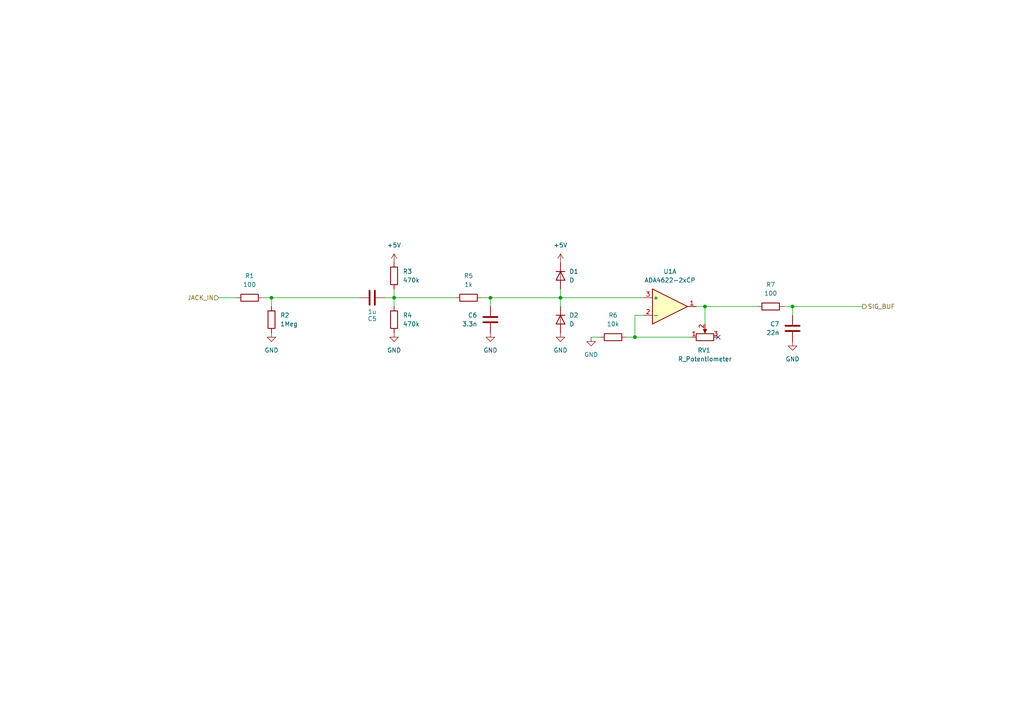
<source format=kicad_sch>
(kicad_sch (version 20231120) (generator "eeschema") (generator_version "8.0")
  (paper "A4")
  (lib_symbols
    (symbol "Amplifier_Operational:ADA4622-2xCP" (pin_names (offset 0.127))
      (property "Reference" "U" (at 0 5.08 0))
      (property "Value" "ADA4622-2xCP" (at 0 -5.08 0))
      (symbol "ADA4622-2xCP_1_1"
        (polyline (pts (xy -5.08 5.08) (xy 5.08 0) (xy -5.08 -5.08) (xy -5.08 5.08)) (stroke (width 0.254)) (fill (type background)))
        (pin output line (at 7.62 0 180) (length 2.54) (name "~") (number "1"))
        (pin input line (at -7.62 -2.54 0) (length 2.54) (name "-") (number "2"))
        (pin input line (at -7.62 2.54 0) (length 2.54) (name "+") (number "3"))
      )
      (symbol "ADA4622-2xCP_2_1"
        (polyline (pts (xy -5.08 5.08) (xy 5.08 0) (xy -5.08 -5.08) (xy -5.08 5.08)) (stroke (width 0.254)) (fill (type background)))
        (pin input line (at -7.62 2.54 0) (length 2.54) (name "+") (number "5"))
        (pin input line (at -7.62 -2.54 0) (length 2.54) (name "-") (number "6"))
        (pin output line (at 7.62 0 180) (length 2.54) (name "~") (number "7"))
      )
      (symbol "ADA4622-2xCP_3_1"
        (pin power_in line (at -2.54 -7.62 90) (length 3.81) (name "V-") (number "4"))
        (pin power_in line (at -2.54 7.62 270) (length 3.81) (name "V+") (number "8"))
        (pin passive line (at -2.54 7.62 270) (length 3.81) hide (name "V+") (number "9"))
      )
    )
    (symbol "Device:C" (pin_numbers hide) (pin_names (offset 0.254))
      (property "Reference" "C" (at 0.635 2.54 0))
      (property "Value" "C" (at 0.635 -2.54 0))
      (symbol "C_0_1"
        (polyline (pts (xy -2.032 -0.762) (xy 2.032 -0.762)) (stroke (width 0.508)))
        (polyline (pts (xy -2.032 0.762) (xy 2.032 0.762)) (stroke (width 0.508)))
      )
      (symbol "C_1_1"
        (pin passive line (at 0 3.81 270) (length 2.794) (name "~") (number "1"))
        (pin passive line (at 0 -3.81 90) (length 2.794) (name "~") (number "2"))
      )
    )
    (symbol "Device:D" (pin_numbers hide) (pin_names (offset 1.016) hide)
      (property "Reference" "D" (at 0 2.54 0))
      (property "Value" "D" (at 0 -2.54 0))
      (symbol "D_0_1"
        (polyline (pts (xy -1.27 1.27) (xy -1.27 -1.27)) (stroke (width 0.254)))
        (polyline (pts (xy 1.27 0) (xy -1.27 0)))
        (polyline (pts (xy 1.27 1.27) (xy 1.27 -1.27) (xy -1.27 0) (xy 1.27 1.27)) (stroke (width 0.254)))
      )
      (symbol "D_1_1"
        (pin passive line (at -3.81 0 0) (length 2.54) (name "K") (number "1"))
        (pin passive line (at 3.81 0 180) (length 2.54) (name "A") (number "2"))
      )
    )
    (symbol "Device:R" (pin_numbers hide) (pin_names (offset 0))
      (property "Reference" "R" (at 2.032 0 90))
      (property "Value" "R" (at 0 0 90))
      (symbol "R_0_1"
        (rectangle (start -1.016 -2.54) (end 1.016 2.54) (stroke (width 0.254)))
      )
      (symbol "R_1_1"
        (pin passive line (at 0 3.81 270) (length 1.27) (name "~") (number "1"))
        (pin passive line (at 0 -3.81 90) (length 1.27) (name "~") (number "2"))
      )
    )
    (symbol "Device:R_Potentiometer" (pin_names (offset 1.016) hide)
      (property "Reference" "RV" (at -4.445 0 90))
      (property "Value" "R_Potentiometer" (at -2.54 0 90))
      (symbol "R_Potentiometer_0_1"
        (polyline (pts (xy 2.54 0) (xy 1.524 0)))
        (polyline (pts (xy 1.143 0) (xy 2.286 0.508) (xy 2.286 -0.508) (xy 1.143 0)) (fill (type outline)))
        (rectangle (start 1.016 2.54) (end -1.016 -2.54) (stroke (width 0.254)))
      )
      (symbol "R_Potentiometer_1_1"
        (pin passive line (at 0 3.81 270) (length 1.27) (name "1") (number "1"))
        (pin passive line (at 3.81 0 180) (length 1.27) (name "2") (number "2"))
        (pin passive line (at 0 -3.81 90) (length 1.27) (name "3") (number "3"))
      )
    )
    (symbol "power:+5V" (power) (pin_names (offset 0))
      (property "Value" "+5V" (at 0 3.556 0))
      (symbol "+5V_0_1"
        (polyline (pts (xy -0.762 1.27) (xy 0 2.54)))
        (polyline (pts (xy 0 0) (xy 0 2.54)))
        (polyline (pts (xy 0 2.54) (xy 0.762 1.27)))
      )
      (symbol "+5V_1_1"
        (pin power_in line (at 0 0 90) (length 0) hide (name "+5V") (number "1"))
      )
    )
    (symbol "power:GND" (power) (pin_names (offset 0))
      (property "Value" "GND" (at 0 -3.81 0))
      (symbol "GND_0_1"
        (polyline (pts (xy 0 0) (xy 0 -1.27) (xy 1.27 -1.27) (xy 0 -2.54) (xy -1.27 -1.27) (xy 0 -1.27)))
      )
      (symbol "GND_1_1"
        (pin power_in line (at 0 0 270) (length 0) hide (name "GND") (number "1"))
      )
    )
  )
  (junction (at 204.47 88.9))
  (junction (at 229.87 88.9))
  (junction (at 162.56 86.36))
  (junction (at 142.24 86.36))
  (junction (at 78.74 86.36))
  (junction (at 114.3 86.36))
  (junction (at 184.15 97.79))
  (no_connect (at 208.28 97.79))
  (wire (pts (xy 114.3 86.36) (xy 114.3 88.9)))
  (wire (pts (xy 78.74 86.36) (xy 104.14 86.36)))
  (wire (pts (xy 114.3 83.82) (xy 114.3 86.36)))
  (wire (pts (xy 114.3 86.36) (xy 132.08 86.36)))
  (wire (pts (xy 162.56 83.82) (xy 162.56 86.36)))
  (wire (pts (xy 142.24 86.36) (xy 162.56 86.36)))
  (wire (pts (xy 78.74 86.36) (xy 78.74 88.9)))
  (wire (pts (xy 204.47 88.9) (xy 201.93 88.9)))
  (wire (pts (xy 204.47 88.9) (xy 204.47 93.98)))
  (wire (pts (xy 229.87 88.9) (xy 229.87 91.44)))
  (wire (pts (xy 171.45 97.79) (xy 173.99 97.79)))
  (wire (pts (xy 184.15 91.44) (xy 186.69 91.44)))
  (wire (pts (xy 184.15 97.79) (xy 200.66 97.79)))
  (wire (pts (xy 139.7 86.36) (xy 142.24 86.36)))
  (wire (pts (xy 63.5 86.36) (xy 68.58 86.36)))
  (wire (pts (xy 181.61 97.79) (xy 184.15 97.79)))
  (wire (pts (xy 76.2 86.36) (xy 78.74 86.36)))
  (wire (pts (xy 229.87 88.9) (xy 250.19 88.9)))
  (wire (pts (xy 162.56 86.36) (xy 162.56 88.9)))
  (wire (pts (xy 111.76 86.36) (xy 114.3 86.36)))
  (wire (pts (xy 186.69 86.36) (xy 162.56 86.36)))
  (wire (pts (xy 184.15 91.44) (xy 184.15 97.79)))
  (wire (pts (xy 227.33 88.9) (xy 229.87 88.9)))
  (wire (pts (xy 142.24 86.36) (xy 142.24 88.9)))
  (wire (pts (xy 204.47 88.9) (xy 219.71 88.9)))
  (hierarchical_label "SIG_BUF" (shape output) (at 250.19 88.9 0))
  (hierarchical_label "JACK_IN" (shape input) (at 63.5 86.36 180))
  (symbol (lib_id "Device:C") (at 107.95 86.36 90) (mirror x) (unit 1)
    (property "Reference" "C5" (at 107.95 92.456 90))
    (property "Value" "1u" (at 107.95 90.424 90))
    (property "Footprint" "Capacitor_SMD:C_1206_3216Metric_Pad1.33x1.80mm_HandSolder" (effects (hide yes)))
    (property "Part Number" "C1206C105K4RAC" (effects (hide yes)))
    (property "Link" "https://www.mouser.com/ProductDetail/KEMET/C1206C105K4RAC?qs=esDHISMOsl1e4qSv4fn%2FRQ%3D%3D" (effects (hide yes)))
  )
  (symbol (lib_id "Device:R") (at 72.39 86.36 90) (unit 1)
    (property "Reference" "R1" (at 72.39 80.01 90))
    (property "Value" "100" (at 72.39 82.55 90))
    (property "Footprint" "Resistor_SMD:R_1206_3216Metric_Pad1.30x1.75mm_HandSolder" (effects (hide yes)))
    (property "Part Number" "CRCW1206100RFKEA" (effects (hide yes)))
    (property "Link" "https://www.mouser.com/ProductDetail/Vishay-Dale/CRCW1206100RFKEA?qs=sGAEpiMZZMvdGkrng054txEw7b1YnvGupUj%2FRJHZqYE%3D" (effects (hide yes)))
  )
  (symbol (lib_id "power:+5V") (at 162.56 76.2 0) (unit 1)
    (property "Reference" "#PWR011" (effects (hide yes)))
    (property "Value" "+5V" (at 162.56 71.12 0))
  )
  (symbol (lib_id "power:+5V") (at 114.3 76.2 0) (unit 1)
    (property "Reference" "#PWR08" (effects (hide yes)))
    (property "Value" "+5V" (at 114.3 71.12 0))
  )
  (symbol (lib_id "Device:R") (at 78.74 92.71 180) (unit 1)
    (property "Reference" "R2" (at 81.28 91.4399 0) (effects (justify right)))
    (property "Value" "1Meg" (at 81.28 93.9799 0) (effects (justify right)))
    (property "Footprint" "Resistor_SMD:R_1206_3216Metric_Pad1.30x1.75mm_HandSolder" (effects (hide yes)))
    (property "Part Number" "CRCW12061M00FKEA" (effects (hide yes)))
    (property "Link" "https://www.mouser.com/ProductDetail/Vishay-Dale/CRCW12061M00FKEA?qs=sGAEpiMZZMvdGkrng054txEw7b1YnvGuTxV6bR4eJgI%3D" (effects (hide yes)))
  )
  (symbol (lib_id "Device:R") (at 177.8 97.79 90) (unit 1)
    (property "Reference" "R6" (at 177.8 91.44 90))
    (property "Value" "10k" (at 177.8 93.98 90))
    (property "Footprint" "Resistor_SMD:R_1206_3216Metric_Pad1.30x1.75mm_HandSolder" (effects (hide yes)))
    (property "Part Number" "CRCW120610K0FKEA" (effects (hide yes)))
    (property "Link" "https://www.mouser.com/ProductDetail/Vishay-Dale/CRCW120610K0FKEA?qs=sGAEpiMZZMvdGkrng054tygjBeyq%2FOAOzWIgM%252BxXmnY%3D" (effects (hide yes)))
  )
  (symbol (lib_id "power:GND") (at 162.56 96.52 0) (unit 1)
    (property "Reference" "#PWR012" (effects (hide yes)))
    (property "Value" "GND" (at 162.56 101.6 0))
  )
  (symbol (lib_id "power:GND") (at 171.45 97.79 0) (unit 1)
    (property "Reference" "#PWR013" (effects (hide yes)))
    (property "Value" "GND" (at 171.45 102.87 0))
  )
  (symbol (lib_id "Device:D") (at 162.56 92.71 270) (unit 1)
    (property "Reference" "D2" (at 165.1 91.44 90) (effects (justify left)))
    (property "Value" "D" (at 165.1 93.98 90) (effects (justify left)))
    (property "Footprint" "Diode_SMD:D_SOD-123" (effects (hide yes)))
    (property "Sim.Device" "D" (effects (hide yes)))
    (property "Sim.Pins" "1=K 2=A" (effects (hide yes)))
    (property "Part Number" "1N4448W-HE3_A-08" (effects (hide yes)))
    (property "Link" "https://www.mouser.com/ProductDetail/Vishay/1N4448W-HE3_A-08?qs=Imq1NPwxi770gWrOhLU1lA%3D%3D" (effects (hide yes)))
  )
  (symbol (lib_id "Device:D") (at 162.56 80.01 270) (unit 1)
    (property "Reference" "D1" (at 165.1 78.74 90) (effects (justify left)))
    (property "Value" "D" (at 165.1 81.28 90) (effects (justify left)))
    (property "Footprint" "Diode_SMD:D_SOD-123" (effects (hide yes)))
    (property "Sim.Device" "D" (effects (hide yes)))
    (property "Sim.Pins" "1=K 2=A" (effects (hide yes)))
    (property "Part Number" "1N4448W-HE3_A-08" (effects (hide yes)))
    (property "Link" "https://www.mouser.com/ProductDetail/Vishay/1N4448W-HE3_A-08?qs=Imq1NPwxi770gWrOhLU1lA%3D%3D" (effects (hide yes)))
  )
  (symbol (lib_id "power:GND") (at 229.87 99.06 0) (unit 1)
    (property "Reference" "#PWR014" (effects (hide yes)))
    (property "Value" "GND" (at 229.87 104.14 0))
  )
  (symbol (lib_id "Device:R_Potentiometer") (at 204.47 97.79 90) (unit 1)
    (property "Reference" "RV1" (at 204.216 101.6 90))
    (property "Value" "R_Potentiometer" (at 204.47 104.14 90))
    (property "Footprint" "Potentiometer_THT:Potentiometer_Bourns_PTV09A-1_Single_Vertical" (effects (hide yes)))
    (property "Part Number" "PTV09A-2030F-B503" (effects (hide yes)))
    (property "Link" "https://www.mouser.com/ProductDetail/Bourns/PTV09A-2030F-B503?qs=oyIm%2F3giSj7PFvq2byJ%252BHA%3D%3D" (effects (hide yes)))
  )
  (symbol (lib_id "Amplifier_Operational:ADA4622-2xCP") (at 194.31 88.9 0) (unit 1)
    (property "Reference" "U1" (at 194.31 78.74 0))
    (property "Value" "ADA4622-2xCP" (at 194.31 81.28 0))
    (property "Footprint" "Package_SO:SOIC-8_3.9x4.9mm_P1.27mm" (effects (hide yes)))
    (property "Datasheet" "https://www.analog.com/media/en/technical-documentation/data-sheets/ada4622-1-4622-2-4622-4.pdf" (effects (hide yes)))
    (property "Part Number" "ADA4622-2ARZ-R7" (effects (hide yes)))
    (property "Link" "https://www.mouser.com/ProductDetail/Analog-Devices/ADA4622-2ARZ-R7?qs=JeIcUl65ClCCAMSDS6Ggdg%3D%3D" (effects (hide yes)))
  )
  (symbol (lib_id "power:GND") (at 142.24 96.52 0) (unit 1)
    (property "Reference" "#PWR010" (effects (hide yes)))
    (property "Value" "GND" (at 142.24 101.6 0))
  )
  (symbol (lib_id "power:GND") (at 78.74 96.52 0) (unit 1)
    (property "Reference" "#PWR07" (effects (hide yes)))
    (property "Value" "GND" (at 78.74 101.6 0))
  )
  (symbol (lib_id "Device:R") (at 135.89 86.36 90) (unit 1)
    (property "Reference" "R5" (at 135.89 80.01 90))
    (property "Value" "1k" (at 135.89 82.55 90))
    (property "Footprint" "Resistor_SMD:R_1206_3216Metric_Pad1.30x1.75mm_HandSolder" (effects (hide yes)))
    (property "Part Number" "CRCW12061K00FKEA" (effects (hide yes)))
    (property "Link" "https://www.mouser.com/ProductDetail/Vishay-Dale/CRCW12061K00FKEA?qs=sGAEpiMZZMvdGkrng054tygjBeyq%2FOAOmOYytucnaxQ%3D" (effects (hide yes)))
  )
  (symbol (lib_id "Device:R") (at 114.3 92.71 180) (unit 1)
    (property "Reference" "R4" (at 116.84 91.4399 0) (effects (justify right)))
    (property "Value" "470k" (at 116.84 93.9799 0) (effects (justify right)))
    (property "Footprint" "Resistor_SMD:R_1206_3216Metric_Pad1.30x1.75mm_HandSolder" (effects (hide yes)))
    (property "Part Number" "CRCW1206470KFKEA" (effects (hide yes)))
    (property "Link" "https://www.mouser.com/ProductDetail/Vishay-Dale/CRCW1206470KFKEA?qs=sGAEpiMZZMvdGkrng054t51pOH1w%252BQdtWVJ4hgWdOak%3D" (effects (hide yes)))
  )
  (symbol (lib_id "Device:R") (at 114.3 80.01 180) (unit 1)
    (property "Reference" "R3" (at 116.84 78.7399 0) (effects (justify right)))
    (property "Value" "470k" (at 116.84 81.2799 0) (effects (justify right)))
    (property "Footprint" "Resistor_SMD:R_1206_3216Metric_Pad1.30x1.75mm_HandSolder" (effects (hide yes)))
    (property "Part Number" "CRCW1206470KFKEA" (effects (hide yes)))
    (property "Link" "https://www.mouser.com/ProductDetail/Vishay-Dale/CRCW1206470KFKEA?qs=sGAEpiMZZMvdGkrng054t51pOH1w%252BQdtWVJ4hgWdOak%3D" (effects (hide yes)))
  )
  (symbol (lib_id "Device:C") (at 229.87 95.25 0) (mirror x) (unit 1)
    (property "Reference" "C7" (at 226.06 93.9799 0) (effects (justify right)))
    (property "Value" "22n" (at 226.06 96.5199 0) (effects (justify right)))
    (property "Footprint" "Capacitor_SMD:C_1206_3216Metric_Pad1.33x1.80mm_HandSolder" (effects (hide yes)))
    (property "Part Number" "C1206C223K3RACTU" (effects (hide yes)))
    (property "Link" "https://www.mouser.com/ProductDetail/KEMET/C1206C223K3RACTU?qs=nanIO8yDHNwBF9gQ989a6w%3D%3D" (effects (hide yes)))
  )
  (symbol (lib_id "power:GND") (at 114.3 96.52 0) (unit 1)
    (property "Reference" "#PWR09" (effects (hide yes)))
    (property "Value" "GND" (at 114.3 101.6 0))
  )
  (symbol (lib_id "Device:R") (at 223.52 88.9 90) (unit 1)
    (property "Reference" "R7" (at 223.52 82.55 90))
    (property "Value" "100" (at 223.52 85.09 90))
    (property "Footprint" "Resistor_SMD:R_1206_3216Metric_Pad1.30x1.75mm_HandSolder" (effects (hide yes)))
    (property "Part Number" "CRCW1206100RFKEA" (effects (hide yes)))
    (property "Link" "https://www.mouser.com/ProductDetail/Vishay-Dale/CRCW1206100RFKEA?qs=sGAEpiMZZMvdGkrng054txEw7b1YnvGupUj%2FRJHZqYE%3D" (effects (hide yes)))
  )
  (symbol (lib_id "Device:C") (at 142.24 92.71 0) (mirror x) (unit 1)
    (property "Reference" "C6" (at 138.43 91.4399 0) (effects (justify right)))
    (property "Value" "3.3n" (at 138.43 93.9799 0) (effects (justify right)))
    (property "Footprint" "Capacitor_SMD:C_1206_3216Metric_Pad1.33x1.80mm_HandSolder" (effects (hide yes)))
    (property "Part Number" "C1206C332K3RACTU" (effects (hide yes)))
    (property "Link" "https://www.mouser.com/ProductDetail/KEMET/C1206C332K3RACTU?qs=SmUuHNCnblohVLepLMAnTQ%3D%3D" (effects (hide yes)))
  )
)
</source>
